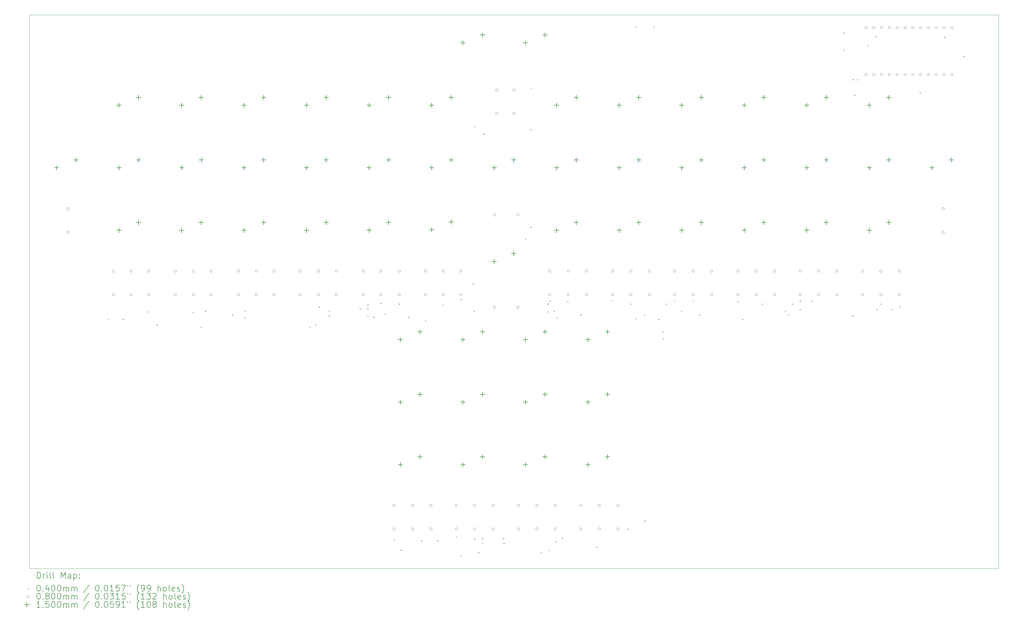
<source format=gbr>
%TF.GenerationSoftware,KiCad,Pcbnew,(6.0.9)*%
%TF.CreationDate,2022-11-06T01:44:35-08:00*%
%TF.ProjectId,kb_pcb,6b625f70-6362-42e6-9b69-6361645f7063,rev?*%
%TF.SameCoordinates,Original*%
%TF.FileFunction,Drillmap*%
%TF.FilePolarity,Positive*%
%FSLAX45Y45*%
G04 Gerber Fmt 4.5, Leading zero omitted, Abs format (unit mm)*
G04 Created by KiCad (PCBNEW (6.0.9)) date 2022-11-06 01:44:35*
%MOMM*%
%LPD*%
G01*
G04 APERTURE LIST*
%ADD10C,0.100000*%
%ADD11C,0.200000*%
%ADD12C,0.040000*%
%ADD13C,0.080000*%
%ADD14C,0.150000*%
G04 APERTURE END LIST*
D10*
X5750000Y-22750000D02*
X5750000Y-4750000D01*
X37250000Y-22750000D02*
X5750000Y-22750000D01*
X37250000Y-4750000D02*
X37250000Y-22750000D01*
X5750000Y-4750000D02*
X37250000Y-4750000D01*
D11*
D12*
X8305000Y-14630000D02*
X8345000Y-14670000D01*
X8345000Y-14630000D02*
X8305000Y-14670000D01*
X8780000Y-14630000D02*
X8820000Y-14670000D01*
X8820000Y-14630000D02*
X8780000Y-14670000D01*
X9605000Y-14380000D02*
X9645000Y-14420000D01*
X9645000Y-14380000D02*
X9605000Y-14420000D01*
X9880000Y-14805000D02*
X9920000Y-14845000D01*
X9920000Y-14805000D02*
X9880000Y-14845000D01*
X11055000Y-14405000D02*
X11095000Y-14445000D01*
X11095000Y-14405000D02*
X11055000Y-14445000D01*
X11305000Y-14880000D02*
X11345000Y-14920000D01*
X11345000Y-14880000D02*
X11305000Y-14920000D01*
X11455000Y-14355000D02*
X11495000Y-14395000D01*
X11495000Y-14355000D02*
X11455000Y-14395000D01*
X12330000Y-14480000D02*
X12370000Y-14520000D01*
X12370000Y-14480000D02*
X12330000Y-14520000D01*
X12730000Y-14355000D02*
X12770000Y-14395000D01*
X12770000Y-14355000D02*
X12730000Y-14395000D01*
X12730000Y-14580000D02*
X12770000Y-14620000D01*
X12770000Y-14580000D02*
X12730000Y-14620000D01*
X14855000Y-14880000D02*
X14895000Y-14920000D01*
X14895000Y-14880000D02*
X14855000Y-14920000D01*
X15030000Y-14805000D02*
X15070000Y-14845000D01*
X15070000Y-14805000D02*
X15030000Y-14845000D01*
X15155000Y-14230000D02*
X15195000Y-14270000D01*
X15195000Y-14230000D02*
X15155000Y-14270000D01*
X15480000Y-14355000D02*
X15520000Y-14395000D01*
X15520000Y-14355000D02*
X15480000Y-14395000D01*
X15480000Y-14505000D02*
X15520000Y-14545000D01*
X15520000Y-14505000D02*
X15480000Y-14545000D01*
X16480000Y-14280000D02*
X16520000Y-14320000D01*
X16520000Y-14280000D02*
X16480000Y-14320000D01*
X16730000Y-14155000D02*
X16770000Y-14195000D01*
X16770000Y-14155000D02*
X16730000Y-14195000D01*
X16730000Y-14280000D02*
X16770000Y-14320000D01*
X16770000Y-14280000D02*
X16730000Y-14320000D01*
X16730000Y-14530000D02*
X16770000Y-14570000D01*
X16770000Y-14530000D02*
X16730000Y-14570000D01*
X16930000Y-14555000D02*
X16970000Y-14595000D01*
X16970000Y-14555000D02*
X16930000Y-14595000D01*
X17155000Y-14105000D02*
X17195000Y-14145000D01*
X17195000Y-14105000D02*
X17155000Y-14145000D01*
X17280000Y-14455000D02*
X17320000Y-14495000D01*
X17320000Y-14455000D02*
X17280000Y-14495000D01*
X17580000Y-21780000D02*
X17620000Y-21820000D01*
X17620000Y-21780000D02*
X17580000Y-21820000D01*
X17755000Y-14130000D02*
X17795000Y-14170000D01*
X17795000Y-14130000D02*
X17755000Y-14170000D01*
X17805000Y-22130000D02*
X17845000Y-22170000D01*
X17845000Y-22130000D02*
X17805000Y-22170000D01*
X18055000Y-14555000D02*
X18095000Y-14595000D01*
X18095000Y-14555000D02*
X18055000Y-14595000D01*
X18480000Y-21830000D02*
X18520000Y-21870000D01*
X18520000Y-21830000D02*
X18480000Y-21870000D01*
X18605000Y-14680000D02*
X18645000Y-14720000D01*
X18645000Y-14680000D02*
X18605000Y-14720000D01*
X19005000Y-21830000D02*
X19045000Y-21870000D01*
X19045000Y-21830000D02*
X19005000Y-21870000D01*
X19180000Y-14155000D02*
X19220000Y-14195000D01*
X19220000Y-14155000D02*
X19180000Y-14195000D01*
X19605000Y-21705000D02*
X19645000Y-21745000D01*
X19645000Y-21705000D02*
X19605000Y-21745000D01*
X19755000Y-13980000D02*
X19795000Y-14020000D01*
X19795000Y-13980000D02*
X19755000Y-14020000D01*
X19755000Y-22305000D02*
X19795000Y-22345000D01*
X19795000Y-22305000D02*
X19755000Y-22345000D01*
X20155000Y-13480000D02*
X20195000Y-13520000D01*
X20195000Y-13480000D02*
X20155000Y-13520000D01*
X20180000Y-14355000D02*
X20220000Y-14395000D01*
X20220000Y-14355000D02*
X20180000Y-14395000D01*
X20205000Y-8355000D02*
X20245000Y-8395000D01*
X20245000Y-8355000D02*
X20205000Y-8395000D01*
X20205000Y-21755000D02*
X20245000Y-21795000D01*
X20245000Y-21755000D02*
X20205000Y-21795000D01*
X20330000Y-22205000D02*
X20370000Y-22245000D01*
X20370000Y-22205000D02*
X20330000Y-22245000D01*
X20455000Y-21755000D02*
X20495000Y-21795000D01*
X20495000Y-21755000D02*
X20455000Y-21795000D01*
X20455000Y-21905000D02*
X20495000Y-21945000D01*
X20495000Y-21905000D02*
X20455000Y-21945000D01*
X20505000Y-8605000D02*
X20545000Y-8645000D01*
X20545000Y-8605000D02*
X20505000Y-8645000D01*
X21130000Y-21755000D02*
X21170000Y-21795000D01*
X21170000Y-21755000D02*
X21130000Y-21795000D01*
X21155000Y-21905000D02*
X21195000Y-21945000D01*
X21195000Y-21905000D02*
X21155000Y-21945000D01*
X21855000Y-12005000D02*
X21895000Y-12045000D01*
X21895000Y-12005000D02*
X21855000Y-12045000D01*
X22030000Y-7105000D02*
X22070000Y-7145000D01*
X22070000Y-7105000D02*
X22030000Y-7145000D01*
X22030000Y-8455000D02*
X22070000Y-8495000D01*
X22070000Y-8455000D02*
X22030000Y-8495000D01*
X22030000Y-11630000D02*
X22070000Y-11670000D01*
X22070000Y-11630000D02*
X22030000Y-11670000D01*
X22355000Y-22205000D02*
X22395000Y-22245000D01*
X22395000Y-22205000D02*
X22355000Y-22245000D01*
X22580000Y-14130000D02*
X22620000Y-14170000D01*
X22620000Y-14130000D02*
X22580000Y-14170000D01*
X22605000Y-14380000D02*
X22645000Y-14420000D01*
X22645000Y-14380000D02*
X22605000Y-14420000D01*
X22630000Y-22130000D02*
X22670000Y-22170000D01*
X22670000Y-22130000D02*
X22630000Y-22170000D01*
X22655000Y-14030000D02*
X22695000Y-14070000D01*
X22695000Y-14030000D02*
X22655000Y-14070000D01*
X22780000Y-14355000D02*
X22820000Y-14395000D01*
X22820000Y-14355000D02*
X22780000Y-14395000D01*
X22830000Y-21855000D02*
X22870000Y-21895000D01*
X22870000Y-21855000D02*
X22830000Y-21895000D01*
X22880000Y-14580000D02*
X22920000Y-14620000D01*
X22920000Y-14580000D02*
X22880000Y-14620000D01*
X23055000Y-21730000D02*
X23095000Y-21770000D01*
X23095000Y-21730000D02*
X23055000Y-21770000D01*
X23230000Y-14055000D02*
X23270000Y-14095000D01*
X23270000Y-14055000D02*
X23230000Y-14095000D01*
X23655000Y-14480000D02*
X23695000Y-14520000D01*
X23695000Y-14480000D02*
X23655000Y-14520000D01*
X24180000Y-22030000D02*
X24220000Y-22070000D01*
X24220000Y-22030000D02*
X24180000Y-22070000D01*
X24680000Y-14030000D02*
X24720000Y-14070000D01*
X24720000Y-14030000D02*
X24680000Y-14070000D01*
X25180000Y-21455000D02*
X25220000Y-21495000D01*
X25220000Y-21455000D02*
X25180000Y-21495000D01*
X25280000Y-14130000D02*
X25320000Y-14170000D01*
X25320000Y-14130000D02*
X25280000Y-14170000D01*
X25455000Y-5130000D02*
X25495000Y-5170000D01*
X25495000Y-5130000D02*
X25455000Y-5170000D01*
X25455000Y-14605000D02*
X25495000Y-14645000D01*
X25495000Y-14605000D02*
X25455000Y-14645000D01*
X25730000Y-14480000D02*
X25770000Y-14520000D01*
X25770000Y-14480000D02*
X25730000Y-14520000D01*
X25730000Y-21180000D02*
X25770000Y-21220000D01*
X25770000Y-21180000D02*
X25730000Y-21220000D01*
X26030000Y-5130000D02*
X26070000Y-5170000D01*
X26070000Y-5130000D02*
X26030000Y-5170000D01*
X26180000Y-14630000D02*
X26220000Y-14670000D01*
X26220000Y-14630000D02*
X26180000Y-14670000D01*
X26328000Y-15028000D02*
X26368000Y-15068000D01*
X26368000Y-15028000D02*
X26328000Y-15068000D01*
X26330000Y-15255000D02*
X26370000Y-15295000D01*
X26370000Y-15255000D02*
X26330000Y-15295000D01*
X26430000Y-14130000D02*
X26470000Y-14170000D01*
X26470000Y-14130000D02*
X26430000Y-14170000D01*
X26705000Y-14030000D02*
X26745000Y-14070000D01*
X26745000Y-14030000D02*
X26705000Y-14070000D01*
X26930000Y-14355000D02*
X26970000Y-14395000D01*
X26970000Y-14355000D02*
X26930000Y-14395000D01*
X27305000Y-14030000D02*
X27345000Y-14070000D01*
X27345000Y-14030000D02*
X27305000Y-14070000D01*
X27505000Y-14480000D02*
X27545000Y-14520000D01*
X27545000Y-14480000D02*
X27505000Y-14520000D01*
X28755000Y-14055000D02*
X28795000Y-14095000D01*
X28795000Y-14055000D02*
X28755000Y-14095000D01*
X28905000Y-14630000D02*
X28945000Y-14670000D01*
X28945000Y-14630000D02*
X28905000Y-14670000D01*
X29555000Y-14130000D02*
X29595000Y-14170000D01*
X29595000Y-14130000D02*
X29555000Y-14170000D01*
X30305000Y-14355000D02*
X30345000Y-14395000D01*
X30345000Y-14355000D02*
X30305000Y-14395000D01*
X30405000Y-14480000D02*
X30445000Y-14520000D01*
X30445000Y-14480000D02*
X30405000Y-14520000D01*
X30530000Y-14130000D02*
X30570000Y-14170000D01*
X30570000Y-14130000D02*
X30530000Y-14170000D01*
X30780000Y-14030000D02*
X30820000Y-14070000D01*
X30820000Y-14030000D02*
X30780000Y-14070000D01*
X30780000Y-14305000D02*
X30820000Y-14345000D01*
X30820000Y-14305000D02*
X30780000Y-14345000D01*
X31155000Y-14030000D02*
X31195000Y-14070000D01*
X31195000Y-14030000D02*
X31155000Y-14070000D01*
X32205000Y-5305000D02*
X32245000Y-5345000D01*
X32245000Y-5305000D02*
X32205000Y-5345000D01*
X32205000Y-5855000D02*
X32245000Y-5895000D01*
X32245000Y-5855000D02*
X32205000Y-5895000D01*
X32480000Y-14505000D02*
X32520000Y-14545000D01*
X32520000Y-14505000D02*
X32480000Y-14545000D01*
X32505000Y-6830000D02*
X32545000Y-6870000D01*
X32545000Y-6830000D02*
X32505000Y-6870000D01*
X32555000Y-7330000D02*
X32595000Y-7370000D01*
X32595000Y-7330000D02*
X32555000Y-7370000D01*
X32655000Y-6830000D02*
X32695000Y-6870000D01*
X32695000Y-6830000D02*
X32655000Y-6870000D01*
X32980000Y-5730000D02*
X33020000Y-5770000D01*
X33020000Y-5730000D02*
X32980000Y-5770000D01*
X33255000Y-5430000D02*
X33295000Y-5470000D01*
X33295000Y-5430000D02*
X33255000Y-5470000D01*
X33280000Y-14305000D02*
X33320000Y-14345000D01*
X33320000Y-14305000D02*
X33280000Y-14345000D01*
X33405000Y-14130000D02*
X33445000Y-14170000D01*
X33445000Y-14130000D02*
X33405000Y-14170000D01*
X33780000Y-14305000D02*
X33820000Y-14345000D01*
X33820000Y-14305000D02*
X33780000Y-14345000D01*
X34030000Y-14205000D02*
X34070000Y-14245000D01*
X34070000Y-14205000D02*
X34030000Y-14245000D01*
X34680000Y-7255000D02*
X34720000Y-7295000D01*
X34720000Y-7255000D02*
X34680000Y-7295000D01*
X35480000Y-5455000D02*
X35520000Y-5495000D01*
X35520000Y-5455000D02*
X35480000Y-5495000D01*
X36105000Y-6080000D02*
X36145000Y-6120000D01*
X36145000Y-6080000D02*
X36105000Y-6120000D01*
D13*
X7040000Y-11050000D02*
G75*
G03*
X7040000Y-11050000I-40000J0D01*
G01*
X7040000Y-11812000D02*
G75*
G03*
X7040000Y-11812000I-40000J0D01*
G01*
X8515000Y-13075000D02*
G75*
G03*
X8515000Y-13075000I-40000J0D01*
G01*
X8515000Y-13837000D02*
G75*
G03*
X8515000Y-13837000I-40000J0D01*
G01*
X9090000Y-13075000D02*
G75*
G03*
X9090000Y-13075000I-40000J0D01*
G01*
X9090000Y-13837000D02*
G75*
G03*
X9090000Y-13837000I-40000J0D01*
G01*
X9665000Y-13075000D02*
G75*
G03*
X9665000Y-13075000I-40000J0D01*
G01*
X9665000Y-13837000D02*
G75*
G03*
X9665000Y-13837000I-40000J0D01*
G01*
X10540000Y-13075000D02*
G75*
G03*
X10540000Y-13075000I-40000J0D01*
G01*
X10540000Y-13837000D02*
G75*
G03*
X10540000Y-13837000I-40000J0D01*
G01*
X11115000Y-13075000D02*
G75*
G03*
X11115000Y-13075000I-40000J0D01*
G01*
X11115000Y-13837000D02*
G75*
G03*
X11115000Y-13837000I-40000J0D01*
G01*
X11690000Y-13075000D02*
G75*
G03*
X11690000Y-13075000I-40000J0D01*
G01*
X11690000Y-13837000D02*
G75*
G03*
X11690000Y-13837000I-40000J0D01*
G01*
X12590000Y-13075000D02*
G75*
G03*
X12590000Y-13075000I-40000J0D01*
G01*
X12590000Y-13837000D02*
G75*
G03*
X12590000Y-13837000I-40000J0D01*
G01*
X13165000Y-13075000D02*
G75*
G03*
X13165000Y-13075000I-40000J0D01*
G01*
X13165000Y-13837000D02*
G75*
G03*
X13165000Y-13837000I-40000J0D01*
G01*
X13740000Y-13075000D02*
G75*
G03*
X13740000Y-13075000I-40000J0D01*
G01*
X13740000Y-13837000D02*
G75*
G03*
X13740000Y-13837000I-40000J0D01*
G01*
X14590000Y-13075000D02*
G75*
G03*
X14590000Y-13075000I-40000J0D01*
G01*
X14590000Y-13837000D02*
G75*
G03*
X14590000Y-13837000I-40000J0D01*
G01*
X15190000Y-13075000D02*
G75*
G03*
X15190000Y-13075000I-40000J0D01*
G01*
X15190000Y-13837000D02*
G75*
G03*
X15190000Y-13837000I-40000J0D01*
G01*
X15765000Y-13075000D02*
G75*
G03*
X15765000Y-13075000I-40000J0D01*
G01*
X15765000Y-13837000D02*
G75*
G03*
X15765000Y-13837000I-40000J0D01*
G01*
X16640000Y-13075000D02*
G75*
G03*
X16640000Y-13075000I-40000J0D01*
G01*
X16640000Y-13837000D02*
G75*
G03*
X16640000Y-13837000I-40000J0D01*
G01*
X17215000Y-13075000D02*
G75*
G03*
X17215000Y-13075000I-40000J0D01*
G01*
X17215000Y-13837000D02*
G75*
G03*
X17215000Y-13837000I-40000J0D01*
G01*
X17640000Y-20700000D02*
G75*
G03*
X17640000Y-20700000I-40000J0D01*
G01*
X17640000Y-21462000D02*
G75*
G03*
X17640000Y-21462000I-40000J0D01*
G01*
X17815000Y-13075000D02*
G75*
G03*
X17815000Y-13075000I-40000J0D01*
G01*
X17815000Y-13837000D02*
G75*
G03*
X17815000Y-13837000I-40000J0D01*
G01*
X18240000Y-20700000D02*
G75*
G03*
X18240000Y-20700000I-40000J0D01*
G01*
X18240000Y-21462000D02*
G75*
G03*
X18240000Y-21462000I-40000J0D01*
G01*
X18665000Y-13075000D02*
G75*
G03*
X18665000Y-13075000I-40000J0D01*
G01*
X18665000Y-13837000D02*
G75*
G03*
X18665000Y-13837000I-40000J0D01*
G01*
X18840000Y-20700000D02*
G75*
G03*
X18840000Y-20700000I-40000J0D01*
G01*
X18840000Y-21462000D02*
G75*
G03*
X18840000Y-21462000I-40000J0D01*
G01*
X19240000Y-13075000D02*
G75*
G03*
X19240000Y-13075000I-40000J0D01*
G01*
X19240000Y-13837000D02*
G75*
G03*
X19240000Y-13837000I-40000J0D01*
G01*
X19665000Y-20700000D02*
G75*
G03*
X19665000Y-20700000I-40000J0D01*
G01*
X19665000Y-21462000D02*
G75*
G03*
X19665000Y-21462000I-40000J0D01*
G01*
X19815000Y-13075000D02*
G75*
G03*
X19815000Y-13075000I-40000J0D01*
G01*
X19815000Y-13837000D02*
G75*
G03*
X19815000Y-13837000I-40000J0D01*
G01*
X20265000Y-20700000D02*
G75*
G03*
X20265000Y-20700000I-40000J0D01*
G01*
X20265000Y-21462000D02*
G75*
G03*
X20265000Y-21462000I-40000J0D01*
G01*
X20865000Y-20700000D02*
G75*
G03*
X20865000Y-20700000I-40000J0D01*
G01*
X20865000Y-21462000D02*
G75*
G03*
X20865000Y-21462000I-40000J0D01*
G01*
X20903000Y-14250000D02*
G75*
G03*
X20903000Y-14250000I-40000J0D01*
G01*
X20909000Y-11250000D02*
G75*
G03*
X20909000Y-11250000I-40000J0D01*
G01*
X20976000Y-7194000D02*
G75*
G03*
X20976000Y-7194000I-40000J0D01*
G01*
X20976000Y-7956000D02*
G75*
G03*
X20976000Y-7956000I-40000J0D01*
G01*
X21540000Y-7194000D02*
G75*
G03*
X21540000Y-7194000I-40000J0D01*
G01*
X21540000Y-7956000D02*
G75*
G03*
X21540000Y-7956000I-40000J0D01*
G01*
X21665000Y-14250000D02*
G75*
G03*
X21665000Y-14250000I-40000J0D01*
G01*
X21671000Y-11250000D02*
G75*
G03*
X21671000Y-11250000I-40000J0D01*
G01*
X21690000Y-20700000D02*
G75*
G03*
X21690000Y-20700000I-40000J0D01*
G01*
X21690000Y-21462000D02*
G75*
G03*
X21690000Y-21462000I-40000J0D01*
G01*
X22290000Y-20700000D02*
G75*
G03*
X22290000Y-20700000I-40000J0D01*
G01*
X22290000Y-21462000D02*
G75*
G03*
X22290000Y-21462000I-40000J0D01*
G01*
X22700000Y-13075000D02*
G75*
G03*
X22700000Y-13075000I-40000J0D01*
G01*
X22700000Y-13837000D02*
G75*
G03*
X22700000Y-13837000I-40000J0D01*
G01*
X22890000Y-20700000D02*
G75*
G03*
X22890000Y-20700000I-40000J0D01*
G01*
X22890000Y-21462000D02*
G75*
G03*
X22890000Y-21462000I-40000J0D01*
G01*
X23300000Y-13075000D02*
G75*
G03*
X23300000Y-13075000I-40000J0D01*
G01*
X23300000Y-13837000D02*
G75*
G03*
X23300000Y-13837000I-40000J0D01*
G01*
X23715000Y-20700000D02*
G75*
G03*
X23715000Y-20700000I-40000J0D01*
G01*
X23715000Y-21462000D02*
G75*
G03*
X23715000Y-21462000I-40000J0D01*
G01*
X23900000Y-13075000D02*
G75*
G03*
X23900000Y-13075000I-40000J0D01*
G01*
X23900000Y-13837000D02*
G75*
G03*
X23900000Y-13837000I-40000J0D01*
G01*
X24315000Y-20700000D02*
G75*
G03*
X24315000Y-20700000I-40000J0D01*
G01*
X24315000Y-21462000D02*
G75*
G03*
X24315000Y-21462000I-40000J0D01*
G01*
X24740000Y-13075000D02*
G75*
G03*
X24740000Y-13075000I-40000J0D01*
G01*
X24740000Y-13837000D02*
G75*
G03*
X24740000Y-13837000I-40000J0D01*
G01*
X24915000Y-20700000D02*
G75*
G03*
X24915000Y-20700000I-40000J0D01*
G01*
X24915000Y-21462000D02*
G75*
G03*
X24915000Y-21462000I-40000J0D01*
G01*
X25340000Y-13075000D02*
G75*
G03*
X25340000Y-13075000I-40000J0D01*
G01*
X25340000Y-13837000D02*
G75*
G03*
X25340000Y-13837000I-40000J0D01*
G01*
X25940000Y-13075000D02*
G75*
G03*
X25940000Y-13075000I-40000J0D01*
G01*
X25940000Y-13837000D02*
G75*
G03*
X25940000Y-13837000I-40000J0D01*
G01*
X26765000Y-13075000D02*
G75*
G03*
X26765000Y-13075000I-40000J0D01*
G01*
X26765000Y-13837000D02*
G75*
G03*
X26765000Y-13837000I-40000J0D01*
G01*
X27365000Y-13075000D02*
G75*
G03*
X27365000Y-13075000I-40000J0D01*
G01*
X27365000Y-13837000D02*
G75*
G03*
X27365000Y-13837000I-40000J0D01*
G01*
X27965000Y-13075000D02*
G75*
G03*
X27965000Y-13075000I-40000J0D01*
G01*
X27965000Y-13837000D02*
G75*
G03*
X27965000Y-13837000I-40000J0D01*
G01*
X28815000Y-13075000D02*
G75*
G03*
X28815000Y-13075000I-40000J0D01*
G01*
X28815000Y-13837000D02*
G75*
G03*
X28815000Y-13837000I-40000J0D01*
G01*
X29415000Y-13075000D02*
G75*
G03*
X29415000Y-13075000I-40000J0D01*
G01*
X29415000Y-13837000D02*
G75*
G03*
X29415000Y-13837000I-40000J0D01*
G01*
X30015000Y-13075000D02*
G75*
G03*
X30015000Y-13075000I-40000J0D01*
G01*
X30015000Y-13837000D02*
G75*
G03*
X30015000Y-13837000I-40000J0D01*
G01*
X30840000Y-13075000D02*
G75*
G03*
X30840000Y-13075000I-40000J0D01*
G01*
X30840000Y-13837000D02*
G75*
G03*
X30840000Y-13837000I-40000J0D01*
G01*
X31440000Y-13075000D02*
G75*
G03*
X31440000Y-13075000I-40000J0D01*
G01*
X31440000Y-13837000D02*
G75*
G03*
X31440000Y-13837000I-40000J0D01*
G01*
X32040000Y-13075000D02*
G75*
G03*
X32040000Y-13075000I-40000J0D01*
G01*
X32040000Y-13837000D02*
G75*
G03*
X32040000Y-13837000I-40000J0D01*
G01*
X32865000Y-13075000D02*
G75*
G03*
X32865000Y-13075000I-40000J0D01*
G01*
X32865000Y-13837000D02*
G75*
G03*
X32865000Y-13837000I-40000J0D01*
G01*
X32981000Y-5163000D02*
G75*
G03*
X32981000Y-5163000I-40000J0D01*
G01*
X32981000Y-6687000D02*
G75*
G03*
X32981000Y-6687000I-40000J0D01*
G01*
X33235000Y-5163000D02*
G75*
G03*
X33235000Y-5163000I-40000J0D01*
G01*
X33235000Y-6687000D02*
G75*
G03*
X33235000Y-6687000I-40000J0D01*
G01*
X33465000Y-13075000D02*
G75*
G03*
X33465000Y-13075000I-40000J0D01*
G01*
X33465000Y-13837000D02*
G75*
G03*
X33465000Y-13837000I-40000J0D01*
G01*
X33489000Y-5163000D02*
G75*
G03*
X33489000Y-5163000I-40000J0D01*
G01*
X33489000Y-6687000D02*
G75*
G03*
X33489000Y-6687000I-40000J0D01*
G01*
X33743000Y-5163000D02*
G75*
G03*
X33743000Y-5163000I-40000J0D01*
G01*
X33743000Y-6687000D02*
G75*
G03*
X33743000Y-6687000I-40000J0D01*
G01*
X33997000Y-5163000D02*
G75*
G03*
X33997000Y-5163000I-40000J0D01*
G01*
X33997000Y-6687000D02*
G75*
G03*
X33997000Y-6687000I-40000J0D01*
G01*
X34065000Y-13075000D02*
G75*
G03*
X34065000Y-13075000I-40000J0D01*
G01*
X34065000Y-13837000D02*
G75*
G03*
X34065000Y-13837000I-40000J0D01*
G01*
X34251000Y-5163000D02*
G75*
G03*
X34251000Y-5163000I-40000J0D01*
G01*
X34251000Y-6687000D02*
G75*
G03*
X34251000Y-6687000I-40000J0D01*
G01*
X34505000Y-5163000D02*
G75*
G03*
X34505000Y-5163000I-40000J0D01*
G01*
X34505000Y-6687000D02*
G75*
G03*
X34505000Y-6687000I-40000J0D01*
G01*
X34759000Y-5163000D02*
G75*
G03*
X34759000Y-5163000I-40000J0D01*
G01*
X34759000Y-6687000D02*
G75*
G03*
X34759000Y-6687000I-40000J0D01*
G01*
X35013000Y-5163000D02*
G75*
G03*
X35013000Y-5163000I-40000J0D01*
G01*
X35013000Y-6687000D02*
G75*
G03*
X35013000Y-6687000I-40000J0D01*
G01*
X35267000Y-5163000D02*
G75*
G03*
X35267000Y-5163000I-40000J0D01*
G01*
X35267000Y-6687000D02*
G75*
G03*
X35267000Y-6687000I-40000J0D01*
G01*
X35490000Y-11050000D02*
G75*
G03*
X35490000Y-11050000I-40000J0D01*
G01*
X35490000Y-11812000D02*
G75*
G03*
X35490000Y-11812000I-40000J0D01*
G01*
X35521000Y-5163000D02*
G75*
G03*
X35521000Y-5163000I-40000J0D01*
G01*
X35521000Y-6687000D02*
G75*
G03*
X35521000Y-6687000I-40000J0D01*
G01*
X35775000Y-5163000D02*
G75*
G03*
X35775000Y-5163000I-40000J0D01*
G01*
X35775000Y-6687000D02*
G75*
G03*
X35775000Y-6687000I-40000J0D01*
G01*
D14*
X6631000Y-9639000D02*
X6631000Y-9789000D01*
X6556000Y-9714000D02*
X6706000Y-9714000D01*
X7266000Y-9385000D02*
X7266000Y-9535000D01*
X7191000Y-9460000D02*
X7341000Y-9460000D01*
X8663000Y-7607000D02*
X8663000Y-7757000D01*
X8588000Y-7682000D02*
X8738000Y-7682000D01*
X8663000Y-9639000D02*
X8663000Y-9789000D01*
X8588000Y-9714000D02*
X8738000Y-9714000D01*
X8663000Y-11671000D02*
X8663000Y-11821000D01*
X8588000Y-11746000D02*
X8738000Y-11746000D01*
X9298000Y-7353000D02*
X9298000Y-7503000D01*
X9223000Y-7428000D02*
X9373000Y-7428000D01*
X9298000Y-9385000D02*
X9298000Y-9535000D01*
X9223000Y-9460000D02*
X9373000Y-9460000D01*
X9298000Y-11417000D02*
X9298000Y-11567000D01*
X9223000Y-11492000D02*
X9373000Y-11492000D01*
X10695000Y-7607000D02*
X10695000Y-7757000D01*
X10620000Y-7682000D02*
X10770000Y-7682000D01*
X10695000Y-11671000D02*
X10695000Y-11821000D01*
X10620000Y-11746000D02*
X10770000Y-11746000D01*
X10707000Y-9639000D02*
X10707000Y-9789000D01*
X10632000Y-9714000D02*
X10782000Y-9714000D01*
X11330000Y-7353000D02*
X11330000Y-7503000D01*
X11255000Y-7428000D02*
X11405000Y-7428000D01*
X11330000Y-11417000D02*
X11330000Y-11567000D01*
X11255000Y-11492000D02*
X11405000Y-11492000D01*
X11342000Y-9385000D02*
X11342000Y-9535000D01*
X11267000Y-9460000D02*
X11417000Y-9460000D01*
X12727000Y-7607000D02*
X12727000Y-7757000D01*
X12652000Y-7682000D02*
X12802000Y-7682000D01*
X12727000Y-9639000D02*
X12727000Y-9789000D01*
X12652000Y-9714000D02*
X12802000Y-9714000D01*
X12727000Y-11671000D02*
X12727000Y-11821000D01*
X12652000Y-11746000D02*
X12802000Y-11746000D01*
X13362000Y-7353000D02*
X13362000Y-7503000D01*
X13287000Y-7428000D02*
X13437000Y-7428000D01*
X13362000Y-9385000D02*
X13362000Y-9535000D01*
X13287000Y-9460000D02*
X13437000Y-9460000D01*
X13362000Y-11417000D02*
X13362000Y-11567000D01*
X13287000Y-11492000D02*
X13437000Y-11492000D01*
X14759000Y-7607000D02*
X14759000Y-7757000D01*
X14684000Y-7682000D02*
X14834000Y-7682000D01*
X14759000Y-9639000D02*
X14759000Y-9789000D01*
X14684000Y-9714000D02*
X14834000Y-9714000D01*
X14759000Y-11671000D02*
X14759000Y-11821000D01*
X14684000Y-11746000D02*
X14834000Y-11746000D01*
X15394000Y-7353000D02*
X15394000Y-7503000D01*
X15319000Y-7428000D02*
X15469000Y-7428000D01*
X15394000Y-9385000D02*
X15394000Y-9535000D01*
X15319000Y-9460000D02*
X15469000Y-9460000D01*
X15394000Y-11417000D02*
X15394000Y-11567000D01*
X15319000Y-11492000D02*
X15469000Y-11492000D01*
X16791000Y-7607000D02*
X16791000Y-7757000D01*
X16716000Y-7682000D02*
X16866000Y-7682000D01*
X16791000Y-9639000D02*
X16791000Y-9789000D01*
X16716000Y-9714000D02*
X16866000Y-9714000D01*
X16791000Y-11671000D02*
X16791000Y-11821000D01*
X16716000Y-11746000D02*
X16866000Y-11746000D01*
X17426000Y-7353000D02*
X17426000Y-7503000D01*
X17351000Y-7428000D02*
X17501000Y-7428000D01*
X17426000Y-9385000D02*
X17426000Y-9535000D01*
X17351000Y-9460000D02*
X17501000Y-9460000D01*
X17426000Y-11417000D02*
X17426000Y-11567000D01*
X17351000Y-11492000D02*
X17501000Y-11492000D01*
X17807000Y-15227000D02*
X17807000Y-15377000D01*
X17732000Y-15302000D02*
X17882000Y-15302000D01*
X17807000Y-17259000D02*
X17807000Y-17409000D01*
X17732000Y-17334000D02*
X17882000Y-17334000D01*
X17807000Y-19291000D02*
X17807000Y-19441000D01*
X17732000Y-19366000D02*
X17882000Y-19366000D01*
X18442000Y-14973000D02*
X18442000Y-15123000D01*
X18367000Y-15048000D02*
X18517000Y-15048000D01*
X18442000Y-17005000D02*
X18442000Y-17155000D01*
X18367000Y-17080000D02*
X18517000Y-17080000D01*
X18442000Y-19037000D02*
X18442000Y-19187000D01*
X18367000Y-19112000D02*
X18517000Y-19112000D01*
X18823000Y-7607000D02*
X18823000Y-7757000D01*
X18748000Y-7682000D02*
X18898000Y-7682000D01*
X18823000Y-9639000D02*
X18823000Y-9789000D01*
X18748000Y-9714000D02*
X18898000Y-9714000D01*
X18823000Y-11659000D02*
X18823000Y-11809000D01*
X18748000Y-11734000D02*
X18898000Y-11734000D01*
X19458000Y-7353000D02*
X19458000Y-7503000D01*
X19383000Y-7428000D02*
X19533000Y-7428000D01*
X19458000Y-9385000D02*
X19458000Y-9535000D01*
X19383000Y-9460000D02*
X19533000Y-9460000D01*
X19458000Y-11405000D02*
X19458000Y-11555000D01*
X19383000Y-11480000D02*
X19533000Y-11480000D01*
X19839000Y-5575000D02*
X19839000Y-5725000D01*
X19764000Y-5650000D02*
X19914000Y-5650000D01*
X19839000Y-15227000D02*
X19839000Y-15377000D01*
X19764000Y-15302000D02*
X19914000Y-15302000D01*
X19839000Y-17259000D02*
X19839000Y-17409000D01*
X19764000Y-17334000D02*
X19914000Y-17334000D01*
X19839000Y-19291000D02*
X19839000Y-19441000D01*
X19764000Y-19366000D02*
X19914000Y-19366000D01*
X20474000Y-5321000D02*
X20474000Y-5471000D01*
X20399000Y-5396000D02*
X20549000Y-5396000D01*
X20474000Y-14973000D02*
X20474000Y-15123000D01*
X20399000Y-15048000D02*
X20549000Y-15048000D01*
X20474000Y-17005000D02*
X20474000Y-17155000D01*
X20399000Y-17080000D02*
X20549000Y-17080000D01*
X20474000Y-19037000D02*
X20474000Y-19187000D01*
X20399000Y-19112000D02*
X20549000Y-19112000D01*
X20855000Y-9639000D02*
X20855000Y-9789000D01*
X20780000Y-9714000D02*
X20930000Y-9714000D01*
X20857000Y-12687000D02*
X20857000Y-12837000D01*
X20782000Y-12762000D02*
X20932000Y-12762000D01*
X21490000Y-9385000D02*
X21490000Y-9535000D01*
X21415000Y-9460000D02*
X21565000Y-9460000D01*
X21492000Y-12433000D02*
X21492000Y-12583000D01*
X21417000Y-12508000D02*
X21567000Y-12508000D01*
X21871000Y-5575000D02*
X21871000Y-5725000D01*
X21796000Y-5650000D02*
X21946000Y-5650000D01*
X21871000Y-15227000D02*
X21871000Y-15377000D01*
X21796000Y-15302000D02*
X21946000Y-15302000D01*
X21871000Y-17259000D02*
X21871000Y-17409000D01*
X21796000Y-17334000D02*
X21946000Y-17334000D01*
X21871000Y-19291000D02*
X21871000Y-19441000D01*
X21796000Y-19366000D02*
X21946000Y-19366000D01*
X22506000Y-5321000D02*
X22506000Y-5471000D01*
X22431000Y-5396000D02*
X22581000Y-5396000D01*
X22506000Y-14973000D02*
X22506000Y-15123000D01*
X22431000Y-15048000D02*
X22581000Y-15048000D01*
X22506000Y-17005000D02*
X22506000Y-17155000D01*
X22431000Y-17080000D02*
X22581000Y-17080000D01*
X22506000Y-19037000D02*
X22506000Y-19187000D01*
X22431000Y-19112000D02*
X22581000Y-19112000D01*
X22887000Y-7607000D02*
X22887000Y-7757000D01*
X22812000Y-7682000D02*
X22962000Y-7682000D01*
X22887000Y-9639000D02*
X22887000Y-9789000D01*
X22812000Y-9714000D02*
X22962000Y-9714000D01*
X22887000Y-11671000D02*
X22887000Y-11821000D01*
X22812000Y-11746000D02*
X22962000Y-11746000D01*
X23522000Y-7353000D02*
X23522000Y-7503000D01*
X23447000Y-7428000D02*
X23597000Y-7428000D01*
X23522000Y-9385000D02*
X23522000Y-9535000D01*
X23447000Y-9460000D02*
X23597000Y-9460000D01*
X23522000Y-11417000D02*
X23522000Y-11567000D01*
X23447000Y-11492000D02*
X23597000Y-11492000D01*
X23903000Y-15227000D02*
X23903000Y-15377000D01*
X23828000Y-15302000D02*
X23978000Y-15302000D01*
X23903000Y-17259000D02*
X23903000Y-17409000D01*
X23828000Y-17334000D02*
X23978000Y-17334000D01*
X23903000Y-19291000D02*
X23903000Y-19441000D01*
X23828000Y-19366000D02*
X23978000Y-19366000D01*
X24538000Y-14973000D02*
X24538000Y-15123000D01*
X24463000Y-15048000D02*
X24613000Y-15048000D01*
X24538000Y-17005000D02*
X24538000Y-17155000D01*
X24463000Y-17080000D02*
X24613000Y-17080000D01*
X24538000Y-19037000D02*
X24538000Y-19187000D01*
X24463000Y-19112000D02*
X24613000Y-19112000D01*
X24919000Y-7607000D02*
X24919000Y-7757000D01*
X24844000Y-7682000D02*
X24994000Y-7682000D01*
X24919000Y-9639000D02*
X24919000Y-9789000D01*
X24844000Y-9714000D02*
X24994000Y-9714000D01*
X24919000Y-11671000D02*
X24919000Y-11821000D01*
X24844000Y-11746000D02*
X24994000Y-11746000D01*
X25554000Y-7353000D02*
X25554000Y-7503000D01*
X25479000Y-7428000D02*
X25629000Y-7428000D01*
X25554000Y-9385000D02*
X25554000Y-9535000D01*
X25479000Y-9460000D02*
X25629000Y-9460000D01*
X25554000Y-11417000D02*
X25554000Y-11567000D01*
X25479000Y-11492000D02*
X25629000Y-11492000D01*
X26951000Y-7607000D02*
X26951000Y-7757000D01*
X26876000Y-7682000D02*
X27026000Y-7682000D01*
X26951000Y-9639000D02*
X26951000Y-9789000D01*
X26876000Y-9714000D02*
X27026000Y-9714000D01*
X26951000Y-11671000D02*
X26951000Y-11821000D01*
X26876000Y-11746000D02*
X27026000Y-11746000D01*
X27586000Y-7353000D02*
X27586000Y-7503000D01*
X27511000Y-7428000D02*
X27661000Y-7428000D01*
X27586000Y-9385000D02*
X27586000Y-9535000D01*
X27511000Y-9460000D02*
X27661000Y-9460000D01*
X27586000Y-11417000D02*
X27586000Y-11567000D01*
X27511000Y-11492000D02*
X27661000Y-11492000D01*
X28983000Y-7607000D02*
X28983000Y-7757000D01*
X28908000Y-7682000D02*
X29058000Y-7682000D01*
X28983000Y-9639000D02*
X28983000Y-9789000D01*
X28908000Y-9714000D02*
X29058000Y-9714000D01*
X28983000Y-11671000D02*
X28983000Y-11821000D01*
X28908000Y-11746000D02*
X29058000Y-11746000D01*
X29618000Y-7353000D02*
X29618000Y-7503000D01*
X29543000Y-7428000D02*
X29693000Y-7428000D01*
X29618000Y-9385000D02*
X29618000Y-9535000D01*
X29543000Y-9460000D02*
X29693000Y-9460000D01*
X29618000Y-11417000D02*
X29618000Y-11567000D01*
X29543000Y-11492000D02*
X29693000Y-11492000D01*
X31015000Y-7607000D02*
X31015000Y-7757000D01*
X30940000Y-7682000D02*
X31090000Y-7682000D01*
X31015000Y-9639000D02*
X31015000Y-9789000D01*
X30940000Y-9714000D02*
X31090000Y-9714000D01*
X31015000Y-11671000D02*
X31015000Y-11821000D01*
X30940000Y-11746000D02*
X31090000Y-11746000D01*
X31650000Y-7353000D02*
X31650000Y-7503000D01*
X31575000Y-7428000D02*
X31725000Y-7428000D01*
X31650000Y-9385000D02*
X31650000Y-9535000D01*
X31575000Y-9460000D02*
X31725000Y-9460000D01*
X31650000Y-11417000D02*
X31650000Y-11567000D01*
X31575000Y-11492000D02*
X31725000Y-11492000D01*
X33047000Y-7607000D02*
X33047000Y-7757000D01*
X32972000Y-7682000D02*
X33122000Y-7682000D01*
X33047000Y-9639000D02*
X33047000Y-9789000D01*
X32972000Y-9714000D02*
X33122000Y-9714000D01*
X33047000Y-11671000D02*
X33047000Y-11821000D01*
X32972000Y-11746000D02*
X33122000Y-11746000D01*
X33682000Y-7353000D02*
X33682000Y-7503000D01*
X33607000Y-7428000D02*
X33757000Y-7428000D01*
X33682000Y-9385000D02*
X33682000Y-9535000D01*
X33607000Y-9460000D02*
X33757000Y-9460000D01*
X33682000Y-11417000D02*
X33682000Y-11567000D01*
X33607000Y-11492000D02*
X33757000Y-11492000D01*
X35079000Y-9639000D02*
X35079000Y-9789000D01*
X35004000Y-9714000D02*
X35154000Y-9714000D01*
X35714000Y-9385000D02*
X35714000Y-9535000D01*
X35639000Y-9460000D02*
X35789000Y-9460000D01*
D11*
X6002619Y-23065476D02*
X6002619Y-22865476D01*
X6050238Y-22865476D01*
X6078809Y-22875000D01*
X6097857Y-22894048D01*
X6107381Y-22913095D01*
X6116905Y-22951190D01*
X6116905Y-22979762D01*
X6107381Y-23017857D01*
X6097857Y-23036905D01*
X6078809Y-23055952D01*
X6050238Y-23065476D01*
X6002619Y-23065476D01*
X6202619Y-23065476D02*
X6202619Y-22932143D01*
X6202619Y-22970238D02*
X6212143Y-22951190D01*
X6221667Y-22941667D01*
X6240714Y-22932143D01*
X6259762Y-22932143D01*
X6326428Y-23065476D02*
X6326428Y-22932143D01*
X6326428Y-22865476D02*
X6316905Y-22875000D01*
X6326428Y-22884524D01*
X6335952Y-22875000D01*
X6326428Y-22865476D01*
X6326428Y-22884524D01*
X6450238Y-23065476D02*
X6431190Y-23055952D01*
X6421667Y-23036905D01*
X6421667Y-22865476D01*
X6555000Y-23065476D02*
X6535952Y-23055952D01*
X6526428Y-23036905D01*
X6526428Y-22865476D01*
X6783571Y-23065476D02*
X6783571Y-22865476D01*
X6850238Y-23008333D01*
X6916905Y-22865476D01*
X6916905Y-23065476D01*
X7097857Y-23065476D02*
X7097857Y-22960714D01*
X7088333Y-22941667D01*
X7069286Y-22932143D01*
X7031190Y-22932143D01*
X7012143Y-22941667D01*
X7097857Y-23055952D02*
X7078809Y-23065476D01*
X7031190Y-23065476D01*
X7012143Y-23055952D01*
X7002619Y-23036905D01*
X7002619Y-23017857D01*
X7012143Y-22998809D01*
X7031190Y-22989286D01*
X7078809Y-22989286D01*
X7097857Y-22979762D01*
X7193095Y-22932143D02*
X7193095Y-23132143D01*
X7193095Y-22941667D02*
X7212143Y-22932143D01*
X7250238Y-22932143D01*
X7269286Y-22941667D01*
X7278809Y-22951190D01*
X7288333Y-22970238D01*
X7288333Y-23027381D01*
X7278809Y-23046428D01*
X7269286Y-23055952D01*
X7250238Y-23065476D01*
X7212143Y-23065476D01*
X7193095Y-23055952D01*
X7374048Y-23046428D02*
X7383571Y-23055952D01*
X7374048Y-23065476D01*
X7364524Y-23055952D01*
X7374048Y-23046428D01*
X7374048Y-23065476D01*
X7374048Y-22941667D02*
X7383571Y-22951190D01*
X7374048Y-22960714D01*
X7364524Y-22951190D01*
X7374048Y-22941667D01*
X7374048Y-22960714D01*
D12*
X5705000Y-23375000D02*
X5745000Y-23415000D01*
X5745000Y-23375000D02*
X5705000Y-23415000D01*
D11*
X6040714Y-23285476D02*
X6059762Y-23285476D01*
X6078809Y-23295000D01*
X6088333Y-23304524D01*
X6097857Y-23323571D01*
X6107381Y-23361667D01*
X6107381Y-23409286D01*
X6097857Y-23447381D01*
X6088333Y-23466428D01*
X6078809Y-23475952D01*
X6059762Y-23485476D01*
X6040714Y-23485476D01*
X6021667Y-23475952D01*
X6012143Y-23466428D01*
X6002619Y-23447381D01*
X5993095Y-23409286D01*
X5993095Y-23361667D01*
X6002619Y-23323571D01*
X6012143Y-23304524D01*
X6021667Y-23295000D01*
X6040714Y-23285476D01*
X6193095Y-23466428D02*
X6202619Y-23475952D01*
X6193095Y-23485476D01*
X6183571Y-23475952D01*
X6193095Y-23466428D01*
X6193095Y-23485476D01*
X6374048Y-23352143D02*
X6374048Y-23485476D01*
X6326428Y-23275952D02*
X6278809Y-23418809D01*
X6402619Y-23418809D01*
X6516905Y-23285476D02*
X6535952Y-23285476D01*
X6555000Y-23295000D01*
X6564524Y-23304524D01*
X6574048Y-23323571D01*
X6583571Y-23361667D01*
X6583571Y-23409286D01*
X6574048Y-23447381D01*
X6564524Y-23466428D01*
X6555000Y-23475952D01*
X6535952Y-23485476D01*
X6516905Y-23485476D01*
X6497857Y-23475952D01*
X6488333Y-23466428D01*
X6478809Y-23447381D01*
X6469286Y-23409286D01*
X6469286Y-23361667D01*
X6478809Y-23323571D01*
X6488333Y-23304524D01*
X6497857Y-23295000D01*
X6516905Y-23285476D01*
X6707381Y-23285476D02*
X6726428Y-23285476D01*
X6745476Y-23295000D01*
X6755000Y-23304524D01*
X6764524Y-23323571D01*
X6774048Y-23361667D01*
X6774048Y-23409286D01*
X6764524Y-23447381D01*
X6755000Y-23466428D01*
X6745476Y-23475952D01*
X6726428Y-23485476D01*
X6707381Y-23485476D01*
X6688333Y-23475952D01*
X6678809Y-23466428D01*
X6669286Y-23447381D01*
X6659762Y-23409286D01*
X6659762Y-23361667D01*
X6669286Y-23323571D01*
X6678809Y-23304524D01*
X6688333Y-23295000D01*
X6707381Y-23285476D01*
X6859762Y-23485476D02*
X6859762Y-23352143D01*
X6859762Y-23371190D02*
X6869286Y-23361667D01*
X6888333Y-23352143D01*
X6916905Y-23352143D01*
X6935952Y-23361667D01*
X6945476Y-23380714D01*
X6945476Y-23485476D01*
X6945476Y-23380714D02*
X6955000Y-23361667D01*
X6974048Y-23352143D01*
X7002619Y-23352143D01*
X7021667Y-23361667D01*
X7031190Y-23380714D01*
X7031190Y-23485476D01*
X7126428Y-23485476D02*
X7126428Y-23352143D01*
X7126428Y-23371190D02*
X7135952Y-23361667D01*
X7155000Y-23352143D01*
X7183571Y-23352143D01*
X7202619Y-23361667D01*
X7212143Y-23380714D01*
X7212143Y-23485476D01*
X7212143Y-23380714D02*
X7221667Y-23361667D01*
X7240714Y-23352143D01*
X7269286Y-23352143D01*
X7288333Y-23361667D01*
X7297857Y-23380714D01*
X7297857Y-23485476D01*
X7688333Y-23275952D02*
X7516905Y-23533095D01*
X7945476Y-23285476D02*
X7964524Y-23285476D01*
X7983571Y-23295000D01*
X7993095Y-23304524D01*
X8002619Y-23323571D01*
X8012143Y-23361667D01*
X8012143Y-23409286D01*
X8002619Y-23447381D01*
X7993095Y-23466428D01*
X7983571Y-23475952D01*
X7964524Y-23485476D01*
X7945476Y-23485476D01*
X7926428Y-23475952D01*
X7916905Y-23466428D01*
X7907381Y-23447381D01*
X7897857Y-23409286D01*
X7897857Y-23361667D01*
X7907381Y-23323571D01*
X7916905Y-23304524D01*
X7926428Y-23295000D01*
X7945476Y-23285476D01*
X8097857Y-23466428D02*
X8107381Y-23475952D01*
X8097857Y-23485476D01*
X8088333Y-23475952D01*
X8097857Y-23466428D01*
X8097857Y-23485476D01*
X8231190Y-23285476D02*
X8250238Y-23285476D01*
X8269286Y-23295000D01*
X8278809Y-23304524D01*
X8288333Y-23323571D01*
X8297857Y-23361667D01*
X8297857Y-23409286D01*
X8288333Y-23447381D01*
X8278809Y-23466428D01*
X8269286Y-23475952D01*
X8250238Y-23485476D01*
X8231190Y-23485476D01*
X8212143Y-23475952D01*
X8202619Y-23466428D01*
X8193095Y-23447381D01*
X8183571Y-23409286D01*
X8183571Y-23361667D01*
X8193095Y-23323571D01*
X8202619Y-23304524D01*
X8212143Y-23295000D01*
X8231190Y-23285476D01*
X8488333Y-23485476D02*
X8374048Y-23485476D01*
X8431190Y-23485476D02*
X8431190Y-23285476D01*
X8412143Y-23314048D01*
X8393095Y-23333095D01*
X8374048Y-23342619D01*
X8669286Y-23285476D02*
X8574048Y-23285476D01*
X8564524Y-23380714D01*
X8574048Y-23371190D01*
X8593095Y-23361667D01*
X8640714Y-23361667D01*
X8659762Y-23371190D01*
X8669286Y-23380714D01*
X8678810Y-23399762D01*
X8678810Y-23447381D01*
X8669286Y-23466428D01*
X8659762Y-23475952D01*
X8640714Y-23485476D01*
X8593095Y-23485476D01*
X8574048Y-23475952D01*
X8564524Y-23466428D01*
X8745476Y-23285476D02*
X8878810Y-23285476D01*
X8793095Y-23485476D01*
X8945476Y-23285476D02*
X8945476Y-23323571D01*
X9021667Y-23285476D02*
X9021667Y-23323571D01*
X9316905Y-23561667D02*
X9307381Y-23552143D01*
X9288333Y-23523571D01*
X9278810Y-23504524D01*
X9269286Y-23475952D01*
X9259762Y-23428333D01*
X9259762Y-23390238D01*
X9269286Y-23342619D01*
X9278810Y-23314048D01*
X9288333Y-23295000D01*
X9307381Y-23266428D01*
X9316905Y-23256905D01*
X9402619Y-23485476D02*
X9440714Y-23485476D01*
X9459762Y-23475952D01*
X9469286Y-23466428D01*
X9488333Y-23437857D01*
X9497857Y-23399762D01*
X9497857Y-23323571D01*
X9488333Y-23304524D01*
X9478810Y-23295000D01*
X9459762Y-23285476D01*
X9421667Y-23285476D01*
X9402619Y-23295000D01*
X9393095Y-23304524D01*
X9383571Y-23323571D01*
X9383571Y-23371190D01*
X9393095Y-23390238D01*
X9402619Y-23399762D01*
X9421667Y-23409286D01*
X9459762Y-23409286D01*
X9478810Y-23399762D01*
X9488333Y-23390238D01*
X9497857Y-23371190D01*
X9593095Y-23485476D02*
X9631190Y-23485476D01*
X9650238Y-23475952D01*
X9659762Y-23466428D01*
X9678810Y-23437857D01*
X9688333Y-23399762D01*
X9688333Y-23323571D01*
X9678810Y-23304524D01*
X9669286Y-23295000D01*
X9650238Y-23285476D01*
X9612143Y-23285476D01*
X9593095Y-23295000D01*
X9583571Y-23304524D01*
X9574048Y-23323571D01*
X9574048Y-23371190D01*
X9583571Y-23390238D01*
X9593095Y-23399762D01*
X9612143Y-23409286D01*
X9650238Y-23409286D01*
X9669286Y-23399762D01*
X9678810Y-23390238D01*
X9688333Y-23371190D01*
X9926429Y-23485476D02*
X9926429Y-23285476D01*
X10012143Y-23485476D02*
X10012143Y-23380714D01*
X10002619Y-23361667D01*
X9983571Y-23352143D01*
X9955000Y-23352143D01*
X9935952Y-23361667D01*
X9926429Y-23371190D01*
X10135952Y-23485476D02*
X10116905Y-23475952D01*
X10107381Y-23466428D01*
X10097857Y-23447381D01*
X10097857Y-23390238D01*
X10107381Y-23371190D01*
X10116905Y-23361667D01*
X10135952Y-23352143D01*
X10164524Y-23352143D01*
X10183571Y-23361667D01*
X10193095Y-23371190D01*
X10202619Y-23390238D01*
X10202619Y-23447381D01*
X10193095Y-23466428D01*
X10183571Y-23475952D01*
X10164524Y-23485476D01*
X10135952Y-23485476D01*
X10316905Y-23485476D02*
X10297857Y-23475952D01*
X10288333Y-23456905D01*
X10288333Y-23285476D01*
X10469286Y-23475952D02*
X10450238Y-23485476D01*
X10412143Y-23485476D01*
X10393095Y-23475952D01*
X10383571Y-23456905D01*
X10383571Y-23380714D01*
X10393095Y-23361667D01*
X10412143Y-23352143D01*
X10450238Y-23352143D01*
X10469286Y-23361667D01*
X10478810Y-23380714D01*
X10478810Y-23399762D01*
X10383571Y-23418809D01*
X10555000Y-23475952D02*
X10574048Y-23485476D01*
X10612143Y-23485476D01*
X10631190Y-23475952D01*
X10640714Y-23456905D01*
X10640714Y-23447381D01*
X10631190Y-23428333D01*
X10612143Y-23418809D01*
X10583571Y-23418809D01*
X10564524Y-23409286D01*
X10555000Y-23390238D01*
X10555000Y-23380714D01*
X10564524Y-23361667D01*
X10583571Y-23352143D01*
X10612143Y-23352143D01*
X10631190Y-23361667D01*
X10707381Y-23561667D02*
X10716905Y-23552143D01*
X10735952Y-23523571D01*
X10745476Y-23504524D01*
X10755000Y-23475952D01*
X10764524Y-23428333D01*
X10764524Y-23390238D01*
X10755000Y-23342619D01*
X10745476Y-23314048D01*
X10735952Y-23295000D01*
X10716905Y-23266428D01*
X10707381Y-23256905D01*
D13*
X5745000Y-23659000D02*
G75*
G03*
X5745000Y-23659000I-40000J0D01*
G01*
D11*
X6040714Y-23549476D02*
X6059762Y-23549476D01*
X6078809Y-23559000D01*
X6088333Y-23568524D01*
X6097857Y-23587571D01*
X6107381Y-23625667D01*
X6107381Y-23673286D01*
X6097857Y-23711381D01*
X6088333Y-23730428D01*
X6078809Y-23739952D01*
X6059762Y-23749476D01*
X6040714Y-23749476D01*
X6021667Y-23739952D01*
X6012143Y-23730428D01*
X6002619Y-23711381D01*
X5993095Y-23673286D01*
X5993095Y-23625667D01*
X6002619Y-23587571D01*
X6012143Y-23568524D01*
X6021667Y-23559000D01*
X6040714Y-23549476D01*
X6193095Y-23730428D02*
X6202619Y-23739952D01*
X6193095Y-23749476D01*
X6183571Y-23739952D01*
X6193095Y-23730428D01*
X6193095Y-23749476D01*
X6316905Y-23635190D02*
X6297857Y-23625667D01*
X6288333Y-23616143D01*
X6278809Y-23597095D01*
X6278809Y-23587571D01*
X6288333Y-23568524D01*
X6297857Y-23559000D01*
X6316905Y-23549476D01*
X6355000Y-23549476D01*
X6374048Y-23559000D01*
X6383571Y-23568524D01*
X6393095Y-23587571D01*
X6393095Y-23597095D01*
X6383571Y-23616143D01*
X6374048Y-23625667D01*
X6355000Y-23635190D01*
X6316905Y-23635190D01*
X6297857Y-23644714D01*
X6288333Y-23654238D01*
X6278809Y-23673286D01*
X6278809Y-23711381D01*
X6288333Y-23730428D01*
X6297857Y-23739952D01*
X6316905Y-23749476D01*
X6355000Y-23749476D01*
X6374048Y-23739952D01*
X6383571Y-23730428D01*
X6393095Y-23711381D01*
X6393095Y-23673286D01*
X6383571Y-23654238D01*
X6374048Y-23644714D01*
X6355000Y-23635190D01*
X6516905Y-23549476D02*
X6535952Y-23549476D01*
X6555000Y-23559000D01*
X6564524Y-23568524D01*
X6574048Y-23587571D01*
X6583571Y-23625667D01*
X6583571Y-23673286D01*
X6574048Y-23711381D01*
X6564524Y-23730428D01*
X6555000Y-23739952D01*
X6535952Y-23749476D01*
X6516905Y-23749476D01*
X6497857Y-23739952D01*
X6488333Y-23730428D01*
X6478809Y-23711381D01*
X6469286Y-23673286D01*
X6469286Y-23625667D01*
X6478809Y-23587571D01*
X6488333Y-23568524D01*
X6497857Y-23559000D01*
X6516905Y-23549476D01*
X6707381Y-23549476D02*
X6726428Y-23549476D01*
X6745476Y-23559000D01*
X6755000Y-23568524D01*
X6764524Y-23587571D01*
X6774048Y-23625667D01*
X6774048Y-23673286D01*
X6764524Y-23711381D01*
X6755000Y-23730428D01*
X6745476Y-23739952D01*
X6726428Y-23749476D01*
X6707381Y-23749476D01*
X6688333Y-23739952D01*
X6678809Y-23730428D01*
X6669286Y-23711381D01*
X6659762Y-23673286D01*
X6659762Y-23625667D01*
X6669286Y-23587571D01*
X6678809Y-23568524D01*
X6688333Y-23559000D01*
X6707381Y-23549476D01*
X6859762Y-23749476D02*
X6859762Y-23616143D01*
X6859762Y-23635190D02*
X6869286Y-23625667D01*
X6888333Y-23616143D01*
X6916905Y-23616143D01*
X6935952Y-23625667D01*
X6945476Y-23644714D01*
X6945476Y-23749476D01*
X6945476Y-23644714D02*
X6955000Y-23625667D01*
X6974048Y-23616143D01*
X7002619Y-23616143D01*
X7021667Y-23625667D01*
X7031190Y-23644714D01*
X7031190Y-23749476D01*
X7126428Y-23749476D02*
X7126428Y-23616143D01*
X7126428Y-23635190D02*
X7135952Y-23625667D01*
X7155000Y-23616143D01*
X7183571Y-23616143D01*
X7202619Y-23625667D01*
X7212143Y-23644714D01*
X7212143Y-23749476D01*
X7212143Y-23644714D02*
X7221667Y-23625667D01*
X7240714Y-23616143D01*
X7269286Y-23616143D01*
X7288333Y-23625667D01*
X7297857Y-23644714D01*
X7297857Y-23749476D01*
X7688333Y-23539952D02*
X7516905Y-23797095D01*
X7945476Y-23549476D02*
X7964524Y-23549476D01*
X7983571Y-23559000D01*
X7993095Y-23568524D01*
X8002619Y-23587571D01*
X8012143Y-23625667D01*
X8012143Y-23673286D01*
X8002619Y-23711381D01*
X7993095Y-23730428D01*
X7983571Y-23739952D01*
X7964524Y-23749476D01*
X7945476Y-23749476D01*
X7926428Y-23739952D01*
X7916905Y-23730428D01*
X7907381Y-23711381D01*
X7897857Y-23673286D01*
X7897857Y-23625667D01*
X7907381Y-23587571D01*
X7916905Y-23568524D01*
X7926428Y-23559000D01*
X7945476Y-23549476D01*
X8097857Y-23730428D02*
X8107381Y-23739952D01*
X8097857Y-23749476D01*
X8088333Y-23739952D01*
X8097857Y-23730428D01*
X8097857Y-23749476D01*
X8231190Y-23549476D02*
X8250238Y-23549476D01*
X8269286Y-23559000D01*
X8278809Y-23568524D01*
X8288333Y-23587571D01*
X8297857Y-23625667D01*
X8297857Y-23673286D01*
X8288333Y-23711381D01*
X8278809Y-23730428D01*
X8269286Y-23739952D01*
X8250238Y-23749476D01*
X8231190Y-23749476D01*
X8212143Y-23739952D01*
X8202619Y-23730428D01*
X8193095Y-23711381D01*
X8183571Y-23673286D01*
X8183571Y-23625667D01*
X8193095Y-23587571D01*
X8202619Y-23568524D01*
X8212143Y-23559000D01*
X8231190Y-23549476D01*
X8364524Y-23549476D02*
X8488333Y-23549476D01*
X8421667Y-23625667D01*
X8450238Y-23625667D01*
X8469286Y-23635190D01*
X8478810Y-23644714D01*
X8488333Y-23663762D01*
X8488333Y-23711381D01*
X8478810Y-23730428D01*
X8469286Y-23739952D01*
X8450238Y-23749476D01*
X8393095Y-23749476D01*
X8374048Y-23739952D01*
X8364524Y-23730428D01*
X8678810Y-23749476D02*
X8564524Y-23749476D01*
X8621667Y-23749476D02*
X8621667Y-23549476D01*
X8602619Y-23578048D01*
X8583571Y-23597095D01*
X8564524Y-23606619D01*
X8859762Y-23549476D02*
X8764524Y-23549476D01*
X8755000Y-23644714D01*
X8764524Y-23635190D01*
X8783571Y-23625667D01*
X8831190Y-23625667D01*
X8850238Y-23635190D01*
X8859762Y-23644714D01*
X8869286Y-23663762D01*
X8869286Y-23711381D01*
X8859762Y-23730428D01*
X8850238Y-23739952D01*
X8831190Y-23749476D01*
X8783571Y-23749476D01*
X8764524Y-23739952D01*
X8755000Y-23730428D01*
X8945476Y-23549476D02*
X8945476Y-23587571D01*
X9021667Y-23549476D02*
X9021667Y-23587571D01*
X9316905Y-23825667D02*
X9307381Y-23816143D01*
X9288333Y-23787571D01*
X9278810Y-23768524D01*
X9269286Y-23739952D01*
X9259762Y-23692333D01*
X9259762Y-23654238D01*
X9269286Y-23606619D01*
X9278810Y-23578048D01*
X9288333Y-23559000D01*
X9307381Y-23530428D01*
X9316905Y-23520905D01*
X9497857Y-23749476D02*
X9383571Y-23749476D01*
X9440714Y-23749476D02*
X9440714Y-23549476D01*
X9421667Y-23578048D01*
X9402619Y-23597095D01*
X9383571Y-23606619D01*
X9564524Y-23549476D02*
X9688333Y-23549476D01*
X9621667Y-23625667D01*
X9650238Y-23625667D01*
X9669286Y-23635190D01*
X9678810Y-23644714D01*
X9688333Y-23663762D01*
X9688333Y-23711381D01*
X9678810Y-23730428D01*
X9669286Y-23739952D01*
X9650238Y-23749476D01*
X9593095Y-23749476D01*
X9574048Y-23739952D01*
X9564524Y-23730428D01*
X9764524Y-23568524D02*
X9774048Y-23559000D01*
X9793095Y-23549476D01*
X9840714Y-23549476D01*
X9859762Y-23559000D01*
X9869286Y-23568524D01*
X9878810Y-23587571D01*
X9878810Y-23606619D01*
X9869286Y-23635190D01*
X9755000Y-23749476D01*
X9878810Y-23749476D01*
X10116905Y-23749476D02*
X10116905Y-23549476D01*
X10202619Y-23749476D02*
X10202619Y-23644714D01*
X10193095Y-23625667D01*
X10174048Y-23616143D01*
X10145476Y-23616143D01*
X10126429Y-23625667D01*
X10116905Y-23635190D01*
X10326429Y-23749476D02*
X10307381Y-23739952D01*
X10297857Y-23730428D01*
X10288333Y-23711381D01*
X10288333Y-23654238D01*
X10297857Y-23635190D01*
X10307381Y-23625667D01*
X10326429Y-23616143D01*
X10355000Y-23616143D01*
X10374048Y-23625667D01*
X10383571Y-23635190D01*
X10393095Y-23654238D01*
X10393095Y-23711381D01*
X10383571Y-23730428D01*
X10374048Y-23739952D01*
X10355000Y-23749476D01*
X10326429Y-23749476D01*
X10507381Y-23749476D02*
X10488333Y-23739952D01*
X10478810Y-23720905D01*
X10478810Y-23549476D01*
X10659762Y-23739952D02*
X10640714Y-23749476D01*
X10602619Y-23749476D01*
X10583571Y-23739952D01*
X10574048Y-23720905D01*
X10574048Y-23644714D01*
X10583571Y-23625667D01*
X10602619Y-23616143D01*
X10640714Y-23616143D01*
X10659762Y-23625667D01*
X10669286Y-23644714D01*
X10669286Y-23663762D01*
X10574048Y-23682809D01*
X10745476Y-23739952D02*
X10764524Y-23749476D01*
X10802619Y-23749476D01*
X10821667Y-23739952D01*
X10831190Y-23720905D01*
X10831190Y-23711381D01*
X10821667Y-23692333D01*
X10802619Y-23682809D01*
X10774048Y-23682809D01*
X10755000Y-23673286D01*
X10745476Y-23654238D01*
X10745476Y-23644714D01*
X10755000Y-23625667D01*
X10774048Y-23616143D01*
X10802619Y-23616143D01*
X10821667Y-23625667D01*
X10897857Y-23825667D02*
X10907381Y-23816143D01*
X10926429Y-23787571D01*
X10935952Y-23768524D01*
X10945476Y-23739952D01*
X10955000Y-23692333D01*
X10955000Y-23654238D01*
X10945476Y-23606619D01*
X10935952Y-23578048D01*
X10926429Y-23559000D01*
X10907381Y-23530428D01*
X10897857Y-23520905D01*
D14*
X5670000Y-23848000D02*
X5670000Y-23998000D01*
X5595000Y-23923000D02*
X5745000Y-23923000D01*
D11*
X6107381Y-24013476D02*
X5993095Y-24013476D01*
X6050238Y-24013476D02*
X6050238Y-23813476D01*
X6031190Y-23842048D01*
X6012143Y-23861095D01*
X5993095Y-23870619D01*
X6193095Y-23994428D02*
X6202619Y-24003952D01*
X6193095Y-24013476D01*
X6183571Y-24003952D01*
X6193095Y-23994428D01*
X6193095Y-24013476D01*
X6383571Y-23813476D02*
X6288333Y-23813476D01*
X6278809Y-23908714D01*
X6288333Y-23899190D01*
X6307381Y-23889667D01*
X6355000Y-23889667D01*
X6374048Y-23899190D01*
X6383571Y-23908714D01*
X6393095Y-23927762D01*
X6393095Y-23975381D01*
X6383571Y-23994428D01*
X6374048Y-24003952D01*
X6355000Y-24013476D01*
X6307381Y-24013476D01*
X6288333Y-24003952D01*
X6278809Y-23994428D01*
X6516905Y-23813476D02*
X6535952Y-23813476D01*
X6555000Y-23823000D01*
X6564524Y-23832524D01*
X6574048Y-23851571D01*
X6583571Y-23889667D01*
X6583571Y-23937286D01*
X6574048Y-23975381D01*
X6564524Y-23994428D01*
X6555000Y-24003952D01*
X6535952Y-24013476D01*
X6516905Y-24013476D01*
X6497857Y-24003952D01*
X6488333Y-23994428D01*
X6478809Y-23975381D01*
X6469286Y-23937286D01*
X6469286Y-23889667D01*
X6478809Y-23851571D01*
X6488333Y-23832524D01*
X6497857Y-23823000D01*
X6516905Y-23813476D01*
X6707381Y-23813476D02*
X6726428Y-23813476D01*
X6745476Y-23823000D01*
X6755000Y-23832524D01*
X6764524Y-23851571D01*
X6774048Y-23889667D01*
X6774048Y-23937286D01*
X6764524Y-23975381D01*
X6755000Y-23994428D01*
X6745476Y-24003952D01*
X6726428Y-24013476D01*
X6707381Y-24013476D01*
X6688333Y-24003952D01*
X6678809Y-23994428D01*
X6669286Y-23975381D01*
X6659762Y-23937286D01*
X6659762Y-23889667D01*
X6669286Y-23851571D01*
X6678809Y-23832524D01*
X6688333Y-23823000D01*
X6707381Y-23813476D01*
X6859762Y-24013476D02*
X6859762Y-23880143D01*
X6859762Y-23899190D02*
X6869286Y-23889667D01*
X6888333Y-23880143D01*
X6916905Y-23880143D01*
X6935952Y-23889667D01*
X6945476Y-23908714D01*
X6945476Y-24013476D01*
X6945476Y-23908714D02*
X6955000Y-23889667D01*
X6974048Y-23880143D01*
X7002619Y-23880143D01*
X7021667Y-23889667D01*
X7031190Y-23908714D01*
X7031190Y-24013476D01*
X7126428Y-24013476D02*
X7126428Y-23880143D01*
X7126428Y-23899190D02*
X7135952Y-23889667D01*
X7155000Y-23880143D01*
X7183571Y-23880143D01*
X7202619Y-23889667D01*
X7212143Y-23908714D01*
X7212143Y-24013476D01*
X7212143Y-23908714D02*
X7221667Y-23889667D01*
X7240714Y-23880143D01*
X7269286Y-23880143D01*
X7288333Y-23889667D01*
X7297857Y-23908714D01*
X7297857Y-24013476D01*
X7688333Y-23803952D02*
X7516905Y-24061095D01*
X7945476Y-23813476D02*
X7964524Y-23813476D01*
X7983571Y-23823000D01*
X7993095Y-23832524D01*
X8002619Y-23851571D01*
X8012143Y-23889667D01*
X8012143Y-23937286D01*
X8002619Y-23975381D01*
X7993095Y-23994428D01*
X7983571Y-24003952D01*
X7964524Y-24013476D01*
X7945476Y-24013476D01*
X7926428Y-24003952D01*
X7916905Y-23994428D01*
X7907381Y-23975381D01*
X7897857Y-23937286D01*
X7897857Y-23889667D01*
X7907381Y-23851571D01*
X7916905Y-23832524D01*
X7926428Y-23823000D01*
X7945476Y-23813476D01*
X8097857Y-23994428D02*
X8107381Y-24003952D01*
X8097857Y-24013476D01*
X8088333Y-24003952D01*
X8097857Y-23994428D01*
X8097857Y-24013476D01*
X8231190Y-23813476D02*
X8250238Y-23813476D01*
X8269286Y-23823000D01*
X8278809Y-23832524D01*
X8288333Y-23851571D01*
X8297857Y-23889667D01*
X8297857Y-23937286D01*
X8288333Y-23975381D01*
X8278809Y-23994428D01*
X8269286Y-24003952D01*
X8250238Y-24013476D01*
X8231190Y-24013476D01*
X8212143Y-24003952D01*
X8202619Y-23994428D01*
X8193095Y-23975381D01*
X8183571Y-23937286D01*
X8183571Y-23889667D01*
X8193095Y-23851571D01*
X8202619Y-23832524D01*
X8212143Y-23823000D01*
X8231190Y-23813476D01*
X8478810Y-23813476D02*
X8383571Y-23813476D01*
X8374048Y-23908714D01*
X8383571Y-23899190D01*
X8402619Y-23889667D01*
X8450238Y-23889667D01*
X8469286Y-23899190D01*
X8478810Y-23908714D01*
X8488333Y-23927762D01*
X8488333Y-23975381D01*
X8478810Y-23994428D01*
X8469286Y-24003952D01*
X8450238Y-24013476D01*
X8402619Y-24013476D01*
X8383571Y-24003952D01*
X8374048Y-23994428D01*
X8583571Y-24013476D02*
X8621667Y-24013476D01*
X8640714Y-24003952D01*
X8650238Y-23994428D01*
X8669286Y-23965857D01*
X8678810Y-23927762D01*
X8678810Y-23851571D01*
X8669286Y-23832524D01*
X8659762Y-23823000D01*
X8640714Y-23813476D01*
X8602619Y-23813476D01*
X8583571Y-23823000D01*
X8574048Y-23832524D01*
X8564524Y-23851571D01*
X8564524Y-23899190D01*
X8574048Y-23918238D01*
X8583571Y-23927762D01*
X8602619Y-23937286D01*
X8640714Y-23937286D01*
X8659762Y-23927762D01*
X8669286Y-23918238D01*
X8678810Y-23899190D01*
X8869286Y-24013476D02*
X8755000Y-24013476D01*
X8812143Y-24013476D02*
X8812143Y-23813476D01*
X8793095Y-23842048D01*
X8774048Y-23861095D01*
X8755000Y-23870619D01*
X8945476Y-23813476D02*
X8945476Y-23851571D01*
X9021667Y-23813476D02*
X9021667Y-23851571D01*
X9316905Y-24089667D02*
X9307381Y-24080143D01*
X9288333Y-24051571D01*
X9278810Y-24032524D01*
X9269286Y-24003952D01*
X9259762Y-23956333D01*
X9259762Y-23918238D01*
X9269286Y-23870619D01*
X9278810Y-23842048D01*
X9288333Y-23823000D01*
X9307381Y-23794428D01*
X9316905Y-23784905D01*
X9497857Y-24013476D02*
X9383571Y-24013476D01*
X9440714Y-24013476D02*
X9440714Y-23813476D01*
X9421667Y-23842048D01*
X9402619Y-23861095D01*
X9383571Y-23870619D01*
X9621667Y-23813476D02*
X9640714Y-23813476D01*
X9659762Y-23823000D01*
X9669286Y-23832524D01*
X9678810Y-23851571D01*
X9688333Y-23889667D01*
X9688333Y-23937286D01*
X9678810Y-23975381D01*
X9669286Y-23994428D01*
X9659762Y-24003952D01*
X9640714Y-24013476D01*
X9621667Y-24013476D01*
X9602619Y-24003952D01*
X9593095Y-23994428D01*
X9583571Y-23975381D01*
X9574048Y-23937286D01*
X9574048Y-23889667D01*
X9583571Y-23851571D01*
X9593095Y-23832524D01*
X9602619Y-23823000D01*
X9621667Y-23813476D01*
X9802619Y-23899190D02*
X9783571Y-23889667D01*
X9774048Y-23880143D01*
X9764524Y-23861095D01*
X9764524Y-23851571D01*
X9774048Y-23832524D01*
X9783571Y-23823000D01*
X9802619Y-23813476D01*
X9840714Y-23813476D01*
X9859762Y-23823000D01*
X9869286Y-23832524D01*
X9878810Y-23851571D01*
X9878810Y-23861095D01*
X9869286Y-23880143D01*
X9859762Y-23889667D01*
X9840714Y-23899190D01*
X9802619Y-23899190D01*
X9783571Y-23908714D01*
X9774048Y-23918238D01*
X9764524Y-23937286D01*
X9764524Y-23975381D01*
X9774048Y-23994428D01*
X9783571Y-24003952D01*
X9802619Y-24013476D01*
X9840714Y-24013476D01*
X9859762Y-24003952D01*
X9869286Y-23994428D01*
X9878810Y-23975381D01*
X9878810Y-23937286D01*
X9869286Y-23918238D01*
X9859762Y-23908714D01*
X9840714Y-23899190D01*
X10116905Y-24013476D02*
X10116905Y-23813476D01*
X10202619Y-24013476D02*
X10202619Y-23908714D01*
X10193095Y-23889667D01*
X10174048Y-23880143D01*
X10145476Y-23880143D01*
X10126429Y-23889667D01*
X10116905Y-23899190D01*
X10326429Y-24013476D02*
X10307381Y-24003952D01*
X10297857Y-23994428D01*
X10288333Y-23975381D01*
X10288333Y-23918238D01*
X10297857Y-23899190D01*
X10307381Y-23889667D01*
X10326429Y-23880143D01*
X10355000Y-23880143D01*
X10374048Y-23889667D01*
X10383571Y-23899190D01*
X10393095Y-23918238D01*
X10393095Y-23975381D01*
X10383571Y-23994428D01*
X10374048Y-24003952D01*
X10355000Y-24013476D01*
X10326429Y-24013476D01*
X10507381Y-24013476D02*
X10488333Y-24003952D01*
X10478810Y-23984905D01*
X10478810Y-23813476D01*
X10659762Y-24003952D02*
X10640714Y-24013476D01*
X10602619Y-24013476D01*
X10583571Y-24003952D01*
X10574048Y-23984905D01*
X10574048Y-23908714D01*
X10583571Y-23889667D01*
X10602619Y-23880143D01*
X10640714Y-23880143D01*
X10659762Y-23889667D01*
X10669286Y-23908714D01*
X10669286Y-23927762D01*
X10574048Y-23946809D01*
X10745476Y-24003952D02*
X10764524Y-24013476D01*
X10802619Y-24013476D01*
X10821667Y-24003952D01*
X10831190Y-23984905D01*
X10831190Y-23975381D01*
X10821667Y-23956333D01*
X10802619Y-23946809D01*
X10774048Y-23946809D01*
X10755000Y-23937286D01*
X10745476Y-23918238D01*
X10745476Y-23908714D01*
X10755000Y-23889667D01*
X10774048Y-23880143D01*
X10802619Y-23880143D01*
X10821667Y-23889667D01*
X10897857Y-24089667D02*
X10907381Y-24080143D01*
X10926429Y-24051571D01*
X10935952Y-24032524D01*
X10945476Y-24003952D01*
X10955000Y-23956333D01*
X10955000Y-23918238D01*
X10945476Y-23870619D01*
X10935952Y-23842048D01*
X10926429Y-23823000D01*
X10907381Y-23794428D01*
X10897857Y-23784905D01*
M02*

</source>
